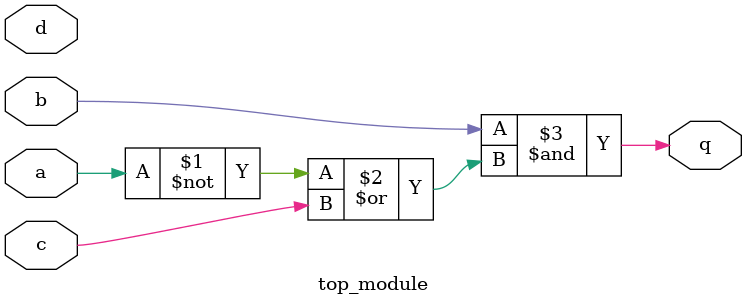
<source format=sv>
module top_module (
	input a, 
	input b, 
	input c, 
	input d,
	output q
);

    assign q = (b & (~a | c));

endmodule

</source>
